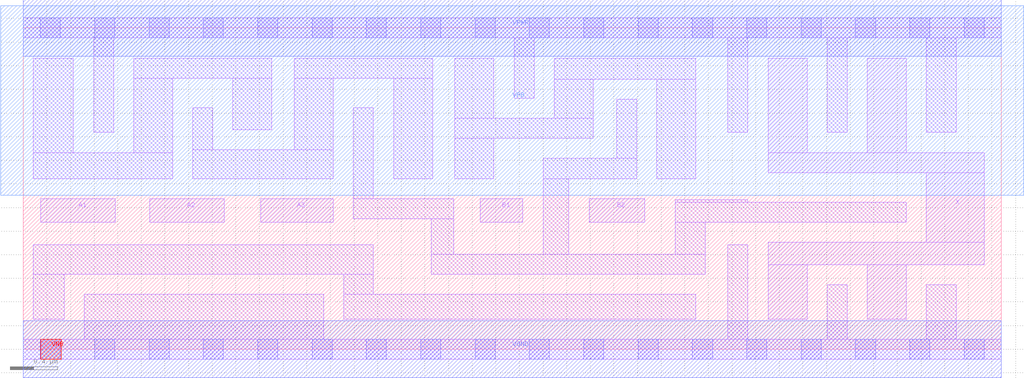
<source format=lef>
# Copyright 2020 The SkyWater PDK Authors
#
# Licensed under the Apache License, Version 2.0 (the "License");
# you may not use this file except in compliance with the License.
# You may obtain a copy of the License at
#
#     https://www.apache.org/licenses/LICENSE-2.0
#
# Unless required by applicable law or agreed to in writing, software
# distributed under the License is distributed on an "AS IS" BASIS,
# WITHOUT WARRANTIES OR CONDITIONS OF ANY KIND, either express or implied.
# See the License for the specific language governing permissions and
# limitations under the License.
#
# SPDX-License-Identifier: Apache-2.0

VERSION 5.7 ;
  NOWIREEXTENSIONATPIN ON ;
  DIVIDERCHAR "/" ;
  BUSBITCHARS "[]" ;
MACRO sky130_fd_sc_hd__o32a_4
  CLASS CORE ;
  FOREIGN sky130_fd_sc_hd__o32a_4 ;
  ORIGIN  0.000000  0.000000 ;
  SIZE  8.280000 BY  2.720000 ;
  SYMMETRY X Y R90 ;
  SITE unithd ;
  PIN A1
    ANTENNAGATEAREA  0.495000 ;
    DIRECTION INPUT ;
    USE SIGNAL ;
    PORT
      LAYER li1 ;
        RECT 0.150000 1.075000 0.780000 1.275000 ;
    END
  END A1
  PIN A2
    ANTENNAGATEAREA  0.495000 ;
    DIRECTION INPUT ;
    USE SIGNAL ;
    PORT
      LAYER li1 ;
        RECT 1.070000 1.075000 1.700000 1.275000 ;
    END
  END A2
  PIN A3
    ANTENNAGATEAREA  0.495000 ;
    DIRECTION INPUT ;
    USE SIGNAL ;
    PORT
      LAYER li1 ;
        RECT 2.010000 1.075000 2.625000 1.275000 ;
    END
  END A3
  PIN B1
    ANTENNAGATEAREA  0.495000 ;
    DIRECTION INPUT ;
    USE SIGNAL ;
    PORT
      LAYER li1 ;
        RECT 3.870000 1.075000 4.230000 1.275000 ;
    END
  END B1
  PIN B2
    ANTENNAGATEAREA  0.495000 ;
    DIRECTION INPUT ;
    USE SIGNAL ;
    PORT
      LAYER li1 ;
        RECT 4.790000 1.075000 5.260000 1.275000 ;
    END
  END B2
  PIN X
    ANTENNADIFFAREA  0.891000 ;
    DIRECTION OUTPUT ;
    USE SIGNAL ;
    PORT
      LAYER li1 ;
        RECT 6.305000 0.255000 6.635000 0.715000 ;
        RECT 6.305000 0.715000 8.135000 0.905000 ;
        RECT 6.305000 1.495000 8.135000 1.665000 ;
        RECT 6.305000 1.665000 6.635000 2.465000 ;
        RECT 7.145000 0.255000 7.475000 0.715000 ;
        RECT 7.145000 1.665000 7.475000 2.465000 ;
        RECT 7.645000 0.905000 8.135000 1.495000 ;
    END
  END X
  PIN VGND
    DIRECTION INOUT ;
    SHAPE ABUTMENT ;
    USE GROUND ;
    PORT
      LAYER met1 ;
        RECT 0.000000 -0.240000 8.280000 0.240000 ;
    END
  END VGND
  PIN VNB
    DIRECTION INOUT ;
    USE GROUND ;
    PORT
      LAYER pwell ;
        RECT 0.150000 -0.085000 0.320000 0.085000 ;
    END
  END VNB
  PIN VPB
    DIRECTION INOUT ;
    USE POWER ;
    PORT
      LAYER nwell ;
        RECT -0.190000 1.305000 8.470000 2.910000 ;
    END
  END VPB
  PIN VPWR
    DIRECTION INOUT ;
    SHAPE ABUTMENT ;
    USE POWER ;
    PORT
      LAYER met1 ;
        RECT 0.000000 2.480000 8.280000 2.960000 ;
    END
  END VPWR
  OBS
    LAYER li1 ;
      RECT 0.000000 -0.085000 8.280000 0.085000 ;
      RECT 0.000000  2.635000 8.280000 2.805000 ;
      RECT 0.085000  0.255000 0.345000 0.635000 ;
      RECT 0.085000  0.635000 2.965000 0.885000 ;
      RECT 0.085000  1.445000 1.265000 1.665000 ;
      RECT 0.085000  1.665000 0.425000 2.465000 ;
      RECT 0.515000  0.085000 2.545000 0.465000 ;
      RECT 0.595000  1.835000 0.765000 2.635000 ;
      RECT 0.935000  1.665000 1.265000 2.295000 ;
      RECT 0.935000  2.295000 2.105000 2.465000 ;
      RECT 1.435000  1.445000 2.625000 1.690000 ;
      RECT 1.435000  1.690000 1.605000 2.045000 ;
      RECT 1.775000  1.860000 2.105000 2.295000 ;
      RECT 2.295000  1.690000 2.625000 2.295000 ;
      RECT 2.295000  2.295000 3.465000 2.465000 ;
      RECT 2.715000  0.255000 5.695000 0.465000 ;
      RECT 2.715000  0.465000 2.965000 0.635000 ;
      RECT 2.795000  1.105000 3.645000 1.275000 ;
      RECT 2.795000  1.275000 2.965000 2.045000 ;
      RECT 3.135000  1.445000 3.465000 2.295000 ;
      RECT 3.455000  0.635000 5.775000 0.805000 ;
      RECT 3.455000  0.805000 3.645000 1.105000 ;
      RECT 3.655000  1.445000 3.985000 1.785000 ;
      RECT 3.655000  1.785000 4.825000 1.955000 ;
      RECT 3.655000  1.955000 3.985000 2.465000 ;
      RECT 4.155000  2.125000 4.325000 2.635000 ;
      RECT 4.400000  0.805000 4.620000 1.445000 ;
      RECT 4.400000  1.445000 5.195000 1.615000 ;
      RECT 4.495000  1.955000 4.825000 2.285000 ;
      RECT 4.495000  2.285000 5.695000 2.465000 ;
      RECT 5.025000  1.615000 5.195000 2.115000 ;
      RECT 5.365000  1.445000 5.695000 2.285000 ;
      RECT 5.520000  0.805000 5.775000 1.075000 ;
      RECT 5.520000  1.075000 7.475000 1.245000 ;
      RECT 5.520000  1.245000 6.135000 1.265000 ;
      RECT 5.965000  0.085000 6.135000 0.885000 ;
      RECT 5.965000  1.835000 6.135000 2.635000 ;
      RECT 6.805000  0.085000 6.975000 0.545000 ;
      RECT 6.805000  1.835000 6.975000 2.635000 ;
      RECT 7.645000  0.085000 7.900000 0.545000 ;
      RECT 7.645000  1.835000 7.900000 2.635000 ;
    LAYER mcon ;
      RECT 0.145000 -0.085000 0.315000 0.085000 ;
      RECT 0.145000  2.635000 0.315000 2.805000 ;
      RECT 0.605000 -0.085000 0.775000 0.085000 ;
      RECT 0.605000  2.635000 0.775000 2.805000 ;
      RECT 1.065000 -0.085000 1.235000 0.085000 ;
      RECT 1.065000  2.635000 1.235000 2.805000 ;
      RECT 1.525000 -0.085000 1.695000 0.085000 ;
      RECT 1.525000  2.635000 1.695000 2.805000 ;
      RECT 1.985000 -0.085000 2.155000 0.085000 ;
      RECT 1.985000  2.635000 2.155000 2.805000 ;
      RECT 2.445000 -0.085000 2.615000 0.085000 ;
      RECT 2.445000  2.635000 2.615000 2.805000 ;
      RECT 2.905000 -0.085000 3.075000 0.085000 ;
      RECT 2.905000  2.635000 3.075000 2.805000 ;
      RECT 3.365000 -0.085000 3.535000 0.085000 ;
      RECT 3.365000  2.635000 3.535000 2.805000 ;
      RECT 3.825000 -0.085000 3.995000 0.085000 ;
      RECT 3.825000  2.635000 3.995000 2.805000 ;
      RECT 4.285000 -0.085000 4.455000 0.085000 ;
      RECT 4.285000  2.635000 4.455000 2.805000 ;
      RECT 4.745000 -0.085000 4.915000 0.085000 ;
      RECT 4.745000  2.635000 4.915000 2.805000 ;
      RECT 5.205000 -0.085000 5.375000 0.085000 ;
      RECT 5.205000  2.635000 5.375000 2.805000 ;
      RECT 5.665000 -0.085000 5.835000 0.085000 ;
      RECT 5.665000  2.635000 5.835000 2.805000 ;
      RECT 6.125000 -0.085000 6.295000 0.085000 ;
      RECT 6.125000  2.635000 6.295000 2.805000 ;
      RECT 6.585000 -0.085000 6.755000 0.085000 ;
      RECT 6.585000  2.635000 6.755000 2.805000 ;
      RECT 7.045000 -0.085000 7.215000 0.085000 ;
      RECT 7.045000  2.635000 7.215000 2.805000 ;
      RECT 7.505000 -0.085000 7.675000 0.085000 ;
      RECT 7.505000  2.635000 7.675000 2.805000 ;
      RECT 7.965000 -0.085000 8.135000 0.085000 ;
      RECT 7.965000  2.635000 8.135000 2.805000 ;
  END
END sky130_fd_sc_hd__o32a_4
END LIBRARY

</source>
